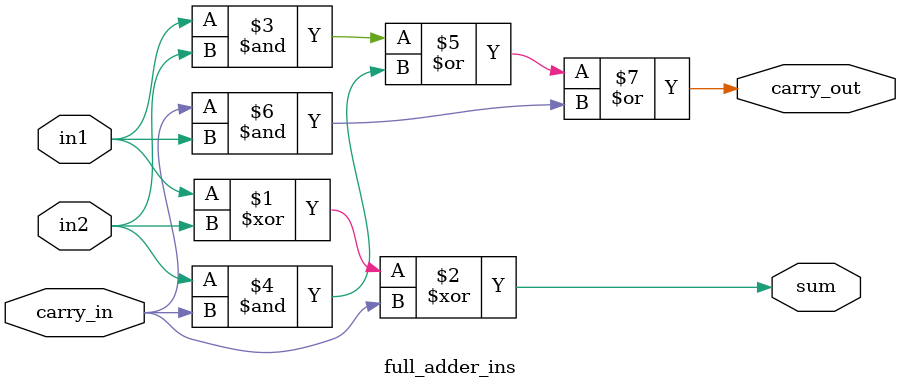
<source format=v>

module full_adder_ins(
    sum,carry_out,in1,in2,carry_in
);
input in1,in2, carry_in;
output sum, carry_out;
wire wire1, wire2, wire3;
assign sum=(in1^in2)^carry_in;
assign carry_out=(in1 & in2)|(in2 & carry_in)|(carry_in & in1);
endmodule
</source>
